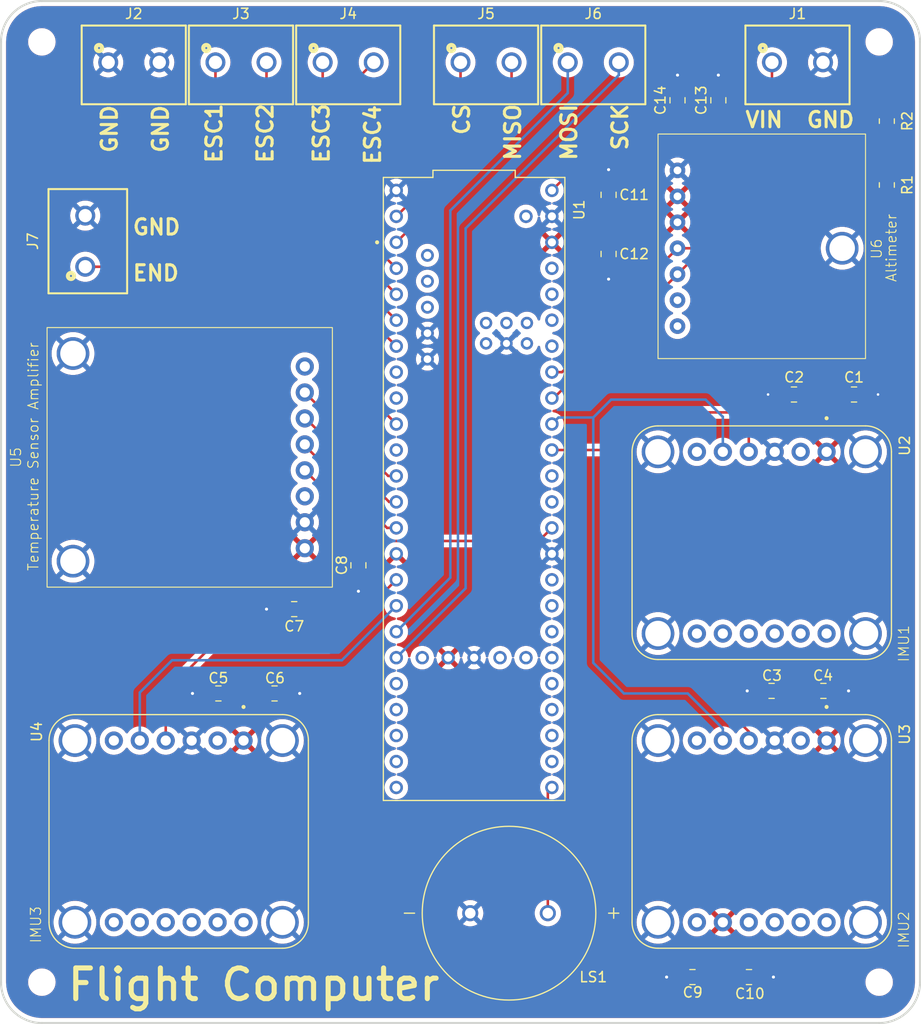
<source format=kicad_pcb>
(kicad_pcb (version 20240108) (generator "pcbnew") (generator_version "8.0")
  (layers (0 "F.Cu" signal) (31 "B.Cu" signal) (34 "B.Paste" user) (35 "F.Paste" user) (36 "B.SilkS" user "B.Silkscreen") (37 "F.SilkS" user "F.Silkscreen") (38 "B.Mask" user) (39 "F.Mask" user) (44 "Edge.Cuts" user))
  (net 0 "")
  (net 2 "+3V3")
  (net 5 "scl_altimeter")
  (net 7 "GNDREF")
  (net 9 "sda_altimeter")
  (net 10 "cs_tempsensor")
  (net 11 "sdo_tempsensor")
  (net 19 "clk_tempsensor")
  (net 33 "sdi_tempsensor")
  (net 66 "Vin")
  (net 67 "esc1")
  (net 68 "esc2")
  (net 69 "esc3")
  (net 70 "esc4")
  (net 71 "cs1_comboard_and_rx1")
  (net 72 "miso1_comboard_and_tx1")
  (net 73 "mosi1_comboard")
  (net 74 "sck1_comboard")
  (net 75 "balloon_popping")
  (net 76 "scl2_IMU3")
  (net 77 "scl1_IMU1+2")
  (net 79 "sda1_IMU1+2")
  (net 80 "sda2_IMU3")
  (net 84 "speaker")
  (footprint "library-footprints:speaker" (layer "F.Cu") (at 141.25 105.75 180)
    (property "Reference" "LS1" (at -8.25 -6.25 360) (layer "F.SilkS"))
    (property "Value" "speaker")
    (pad "N" thru_hole circle (at 3.8 0 180) (size 1.575 1.575) (drill 1.05) (layers "*.Cu" "*.Mask") (net 7 "GNDREF"))
    (pad "P" thru_hole circle (at -3.8 0 180) (size 1.575 1.575) (drill 1.05) (layers "*.Cu" "*.Mask") (net 84 "speaker"))
  )
  (footprint "imu:MODULE_4754" (layer "F.Cu") (at 166 97.75 180)
    (property "Reference" "U3" (at -14 9.5 90) (layer "F.SilkS"))
    (property "Value" "4754" (hide yes))
    (fp_text user "IMU2" (at -14.5 -11.5 90) (layer "F.SilkS") (effects (font (thickness 0.1)) (justify left bottom)))
    (pad "JP1_1" thru_hole circle (at -6.35 8.89 180) (size 1.778 1.778) (drill 1) (layers "*.Cu" "*.Mask") (net 2 "+3V3"))
    (pad "JP1_2" thru_hole circle (at -3.81 8.89 180) (size 1.778 1.778) (drill 1) (layers "*.Cu" "*.Mask"))
    (pad "JP1_3" thru_hole circle (at -1.27 8.89 180) (size 1.778 1.778) (drill 1) (layers "*.Cu" "*.Mask") (net 7 "GNDREF"))
    (pad "JP1_4" thru_hole circle (at 1.27 8.89 180) (size 1.778 1.778) (drill 1) (layers "*.Cu" "*.Mask") (net 77 "scl1_IMU1+2"))
    (pad "JP1_5" thru_hole circle (at 3.81 8.89 180) (size 1.778 1.778) (drill 1) (layers "*.Cu" "*.Mask") (net 79 "sda1_IMU1+2"))
    (pad "JP1_6" thru_hole circle (at 6.35 8.89 180) (size 1.778 1.778) (drill 1) (layers "*.Cu" "*.Mask"))
    (pad "JP2_1" thru_hole circle (at -6.35 -8.89 180) (size 1.778 1.778) (drill 1) (layers "*.Cu" "*.Mask"))
    (pad "JP2_2" thru_hole circle (at -3.81 -8.89 180) (size 1.778 1.778) (drill 1) (layers "*.Cu" "*.Mask"))
    (pad "JP2_3" thru_hole circle (at -1.27 -8.89 180) (size 1.778 1.778) (drill 1) (layers "*.Cu" "*.Mask"))
    (pad "JP2_4" thru_hole circle (at 1.27 -8.89 180) (size 1.778 1.778) (drill 1) (layers "*.Cu" "*.Mask"))
    (pad "JP2_5" thru_hole circle (at 3.81 -8.89 180) (size 1.778 1.778) (drill 1) (layers "*.Cu" "*.Mask") (net 2 "+3V3"))
    (pad "JP2_6" thru_hole circle (at 6.35 -8.89 180) (size 1.778 1.778) (drill 1) (layers "*.Cu" "*.Mask"))
    (pad "P1" thru_hole circle (at -10.16 -8.89 180) (size 3.2 3.2) (drill 2.5) (layers "*.Cu" "*.Mask") (net 7 "GNDREF"))
    (pad "P2" thru_hole circle (at 10.16 -8.89 180) (size 3.2 3.2) (drill 2.5) (layers "*.Cu" "*.Mask") (net 7 "GNDREF"))
    (pad "P3" thru_hole circle (at -10.16 8.89 180) (size 3.2 3.2) (drill 2.5) (layers "*.Cu" "*.Mask") (net 7 "GNDREF"))
    (pad "P4" thru_hole circle (at 10.16 8.89 180) (size 3.2 3.2) (drill 2.5) (layers "*.Cu" "*.Mask") (net 7 "GNDREF"))
  )
  (footprint "Capacitor_SMD:C_0805_2012Metric_Pad1.18x1.45mm_HandSolder" (layer "F.Cu") (at 118.2875 84.25)
    (property "Reference" "C6" (at 0.0375 -1.5 360) (layer "F.SilkS"))
    (property "Value" "0.1uF" (hide yes))
    (pad "1" smd roundrect (at -1.0375 0) (size 1.175 1.45) (layers "F.Cu" "F.Paste" "F.Mask") (roundrect_rratio 0.212766) (net 2 "+3V3"))
    (pad "2" smd roundrect (at 1.0375 0) (size 1.175 1.45) (layers "F.Cu" "F.Paste" "F.Mask") (roundrect_rratio 0.212766) (net 7 "GNDREF"))
  )
  (footprint "Capacitor_SMD:C_0805_2012Metric_Pad1.18x1.45mm_HandSolder" (layer "F.Cu") (at 112.7875 84.25 180)
    (property "Reference" "C5" (at 0 1.5 360) (layer "F.SilkS"))
    (property "Value" "10uF" (hide yes))
    (pad "1" smd roundrect (at -1.0375 0 180) (size 1.175 1.45) (layers "F.Cu" "F.Paste" "F.Mask") (roundrect_rratio 0.212766) (net 2 "+3V3"))
    (pad "2" smd roundrect (at 1.0375 0 180) (size 1.175 1.45) (layers "F.Cu" "F.Paste" "F.Mask") (roundrect_rratio 0.212766) (net 7 "GNDREF"))
  )
  (footprint "Capacitor_SMD:C_0805_2012Metric_Pad1.18x1.45mm_HandSolder" (layer "F.Cu") (at 120.2125 76 180)
    (property "Reference" "C7" (at 0 -1.68 360) (layer "F.SilkS"))
    (property "Value" "0.1uF" (hide yes))
    (pad "1" smd roundrect (at -1.0375 0 180) (size 1.175 1.45) (layers "F.Cu" "F.Paste" "F.Mask") (roundrect_rratio 0.212766) (net 2 "+3V3"))
    (pad "2" smd roundrect (at 1.0375 0 180) (size 1.175 1.45) (layers "F.Cu" "F.Paste" "F.Mask") (roundrect_rratio 0.212766) (net 7 "GNDREF"))
  )
  (footprint "Capacitor_SMD:C_0805_2012Metric_Pad1.18x1.45mm_HandSolder" (layer "F.Cu") (at 169.15625 55 180)
    (property "Reference" "C2" (at -0.011319 1.686539 360) (layer "F.SilkS"))
    (property "Value" "10uF" (hide yes))
    (pad "1" smd roundrect (at -1.0375 0 180) (size 1.175 1.45) (layers "F.Cu" "F.Paste" "F.Mask") (roundrect_rratio 0.212766) (net 2 "+3V3"))
    (pad "2" smd roundrect (at 1.0375 0 180) (size 1.175 1.45) (layers "F.Cu" "F.Paste" "F.Mask") (roundrect_rratio 0.212766) (net 7 "GNDREF"))
  )
  (footprint "Capacitor_SMD:C_0805_2012Metric_Pad1.18x1.45mm_HandSolder" (layer "F.Cu") (at 159.2125 112 180)
    (property "Reference" "C9" (at -0.026606 -1.5 360) (layer "F.SilkS"))
    (property "Value" "0.1uF" (hide yes))
    (pad "1" smd roundrect (at -1.0375 0 180) (size 1.175 1.45) (layers "F.Cu" "F.Paste" "F.Mask") (roundrect_rratio 0.212766) (net 2 "+3V3"))
    (pad "2" smd roundrect (at 1.0375 0 180) (size 1.175 1.45) (layers "F.Cu" "F.Paste" "F.Mask") (roundrect_rratio 0.212766) (net 7 "GNDREF"))
  )
  (footprint "library-footprints:temperature-amplifier" (layer "F.Cu") (at 93.724 61.15 90)
    (property "Reference" "U5" (at 0 -0.762 90) (layer "F.SilkS") (effects (font (thickness 0.1))))
    (property "Value" "~" (hide yes))
    (fp_text user "Temperature Sensor Amplifier" (at -11.176 1.524 90) (layer "F.SilkS") (effects (font (thickness 0.1)) (justify left bottom)))
    (pad "1" thru_hole circle (at -8.89 27.526 90) (size 1.778 1.778) (drill 1) (layers "*.Cu" "*.Mask") (net 2 "+3V3"))
    (pad "2" thru_hole circle (at -6.35 27.526 90) (size 1.778 1.778) (drill 1) (layers "*.Cu" "*.Mask") (net 7 "GNDREF"))
    (pad "3" thru_hole circle (at -3.81 27.526 90) (size 1.778 1.778) (drill 1) (layers "*.Cu" "*.Mask"))
    (pad "4" thru_hole circle (at -1.27 27.526 90) (size 1.778 1.778) (drill 1) (layers "*.Cu" "*.Mask") (net 19 "clk_tempsensor"))
    (pad "5" thru_hole circle (at 1.27 27.526 90) (size 1.778 1.778) (drill 1) (layers "*.Cu" "*.Mask") (net 11 "sdo_tempsensor"))
    (pad "6" thru_hole circle (at 3.81 27.526 90) (size 1.778 1.778) (drill 1) (layers "*.Cu" "*.Mask") (net 33 "sdi_tempsensor"))
    (pad "7" thru_hole circle (at 6.35 27.526 90) (size 1.778 1.778) (drill 1) (layers "*.Cu" "*.Mask") (net 10 "cs_tempsensor"))
    (pad "8" thru_hole circle (at 8.89 27.526 90) (size 1.778 1.778) (drill 1) (layers "*.Cu" "*.Mask"))
    (pad "9" thru_hole circle (at -10.16 4.826 90) (size 3.2 3.2) (drill 2.5) (layers "*.Cu" "*.Mask") (net 7 "GNDREF"))
    (pad "9" thru_hole circle (at 10.16 4.826 90) (size 3.2 3.2) (drill 2.5) (layers "*.Cu" "*.Mask") (net 7 "GNDREF"))
  )
  (footprint "imu:MODULE_4754" (layer "F.Cu") (at 108.9 97.75 180)
    (property "Reference" "U4" (at 13.9 9.75 -90) (layer "F.SilkS"))
    (property "Value" "4754" (hide yes))
    (fp_text user "IMU3" (at 13.4 -11 90) (layer "F.SilkS") (effects (font (thickness 0.1)) (justify left bottom)))
    (pad "JP1_1" thru_hole circle (at -6.35 8.89 180) (size 1.778 1.778) (drill 1) (layers "*.Cu" "*.Mask") (net 2 "+3V3"))
    (pad "JP1_2" thru_hole circle (at -3.81 8.89 180) (size 1.778 1.778) (drill 1) (layers "*.Cu" "*.Mask"))
    (pad "JP1_3" thru_hole circle (at -1.27 8.89 180) (size 1.778 1.778) (drill 1) (layers "*.Cu" "*.Mask") (net 7 "GNDREF"))
    (pad "JP1_4" thru_hole circle (at 1.27 8.89 180) (size 1.778 1.778) (drill 1) (layers "*.Cu" "*.Mask") (net 76 "scl2_IMU3"))
    (pad "JP1_5" thru_hole circle (at 3.81 8.89 180) (size 1.778 1.778) (drill 1) (layers "*.Cu" "*.Mask") (net 80 "sda2_IMU3"))
    (pad "JP1_6" thru_hole circle (at 6.35 8.89 180) (size 1.778 1.778) (drill 1) (layers "*.Cu" "*.Mask"))
    (pad "JP2_1" thru_hole circle (at -6.35 -8.89 180) (size 1.778 1.778) (drill 1) (layers "*.Cu" "*.Mask"))
    (pad "JP2_2" thru_hole circle (at -3.81 -8.89 180) (size 1.778 1.778) (drill 1) (layers "*.Cu" "*.Mask"))
    (pad "JP2_3" thru_hole circle (at -1.27 -8.89 180) (size 1.778 1.778) (drill 1) (layers "*.Cu" "*.Mask"))
    (pad "JP2_4" thru_hole circle (at 1.27 -8.89 180) (size 1.778 1.778) (drill 1) (layers "*.Cu" "*.Mask"))
    (pad "JP2_5" thru_hole circle (at 3.81 -8.89 180) (size 1.778 1.778) (drill 1) (layers "*.Cu" "*.Mask"))
    (pad "JP2_6" thru_hole circle (at 6.35 -8.89 180) (size 1.778 1.778) (drill 1) (layers "*.Cu" "*.Mask"))
    (pad "P1" thru_hole circle (at -10.16 -8.89 180) (size 3.2 3.2) (drill 2.5) (layers "*.Cu" "*.Mask") (net 7 "GNDREF"))
    (pad "P2" thru_hole circle (at 10.16 -8.89 180) (size 3.2 3.2) (drill 2.5) (layers "*.Cu" "*.Mask") (net 7 "GNDREF"))
    (pad "P3" thru_hole circle (at -10.16 8.89 180) (size 3.2 3.2) (drill 2.5) (layers "*.Cu" "*.Mask") (net 7 "GNDREF"))
    (pad "P4" thru_hole circle (at 10.16 8.89 180) (size 3.2 3.2) (drill 2.5) (layers "*.Cu" "*.Mask") (net 7 "GNDREF"))
  )
  (footprint "teensy:MODULE_DEV-16771" (layer "F.Cu") (at 137.83 64.24 -90)
    (property "Reference" "U1" (at -27.305 -10.295 -90) (layer "F.SilkS"))
    (property "Value" "DEV-16771")
    (pad "0" thru_hole circle (at -26.67 7.62 270) (size 1.308 1.308) (drill 0.8) (layers "*.Cu" "*.Mask") (net 71 "cs1_comboard_and_rx1"))
    (pad "1" thru_hole circle (at -24.13 7.62 270) (size 1.308 1.308) (drill 0.8) (layers "*.Cu" "*.Mask") (net 72 "miso1_comboard_and_tx1"))
    (pad "2" thru_hole circle (at -21.59 7.62 270) (size 1.308 1.308) (drill 0.8) (layers "*.Cu" "*.Mask") (net 70 "esc4"))
    (pad "3" thru_hole circle (at -19.05 7.62 270) (size 1.308 1.308) (drill 0.8) (layers "*.Cu" "*.Mask") (net 69 "esc3"))
    (pad "3.3V_1" thru_hole circle (at 6.35 7.62 270) (size 1.308 1.308) (drill 0.8) (layers "*.Cu" "*.Mask") (net 2 "+3V3"))
    (pad "3.3V_2" thru_hole circle (at -24.13 -7.62 270) (size 1.308 1.308) (drill 0.8) (layers "*.Cu" "*.Mask") (net 2 "+3V3"))
    (pad "3.3V_3" thru_hole circle (at 16.51 2.54 270) (size 1.308 1.308) (drill 0.8) (layers "*.Cu" "*.Mask") (net 2 "+3V3"))
    (pad "4" thru_hole circle (at -16.51 7.62 270) (size 1.308 1.308) (drill 0.8) (layers "*.Cu" "*.Mask") (net 68 "esc2"))
    (pad "5" thru_hole circle (at -13.97 7.62 270) (size 1.308 1.308) (drill 0.8) (layers "*.Cu" "*.Mask") (net 67 "esc1"))
    (pad "5V" thru_hole circle (at -22.86 4.57 270) (size 1.258 1.258) (drill 0.75) (layers "*.Cu" "*.Mask"))
    (pad "6" thru_hole circle (at -11.43 7.62 270) (size 1.308 1.308) (drill 0.8) (layers "*.Cu" "*.Mask"))
    (pad "7" thru_hole circle (at -8.89 7.62 270) (size 1.308 1.308) (drill 0.8) (layers "*.Cu" "*.Mask"))
    (pad "8" thru_hole circle (at -6.35 7.62 270) (size 1.308 1.308) (drill 0.8) (layers "*.Cu" "*.Mask") (net 75 "balloon_popping"))
    (pad "9" thru_hole circle (at -3.81 7.62 270) (size 1.308 1.308) (drill 0.8) (layers "*.Cu" "*.Mask"))
    (pad "10" thru_hole circle (at -1.27 7.62 270) (size 1.308 1.308) (drill 0.8) (layers "*.Cu" "*.Mask") (net 10 "cs_tempsensor"))
    (pad "11" thru_hole circle (at 1.27 7.62 270) (size 1.308 1.308) (drill 0.8) (layers "*.Cu" "*.Mask") (net 33 "sdi_tempsensor"))
    (pad "12" thru_hole circle (at 3.81 7.62 270) (size 1.308 1.308) (drill 0.8) (layers "*.Cu" "*.Mask") (net 11 "sdo_tempsensor"))
    (pad "13" thru_hole circle (at 3.81 -7.62 270) (size 1.308 1.308) (drill 0.8) (layers "*.Cu" "*.Mask") (net 19 "clk_tempsensor"))
    (pad "14" thru_hole circle (at 1.27 -7.62 270) (size 1.308 1.308) (drill 0.8) (layers "*.Cu" "*.Mask"))
    (pad "15" thru_hole circle (at -1.27 -7.62 270) (size 1.308 1.308) (drill 0.8) (layers "*.Cu" "*.Mask"))
    (pad "16" thru_hole circle (at -3.81 -7.62 270) (size 1.308 1.308) (drill 0.8) (layers "*.Cu" "*.Mask") (net 77 "scl1_IMU1+2"))
    (pad "17" thru_hole circle (at -6.35 -7.62 270) (size 1.308 1.308) (drill 0.8) (layers "*.Cu" "*.Mask") (net 79 "sda1_IMU1+2"))
    (pad "18" thru_hole circle (at -8.89 -7.62 270) (size 1.308 1.308) (drill 0.8) (layers "*.Cu" "*.Mask") (net 9 "sda_altimeter"))
    (pad "19" thru_hole circle (at -11.43 -7.62 270) (size 1.308 1.308) (drill 0.8) (layers "*.Cu" "*.Mask") (net 5 "scl_altimeter"))
    (pad "20" thru_hole circle (at -13.97 -7.62 270) (size 1.308 1.308) (drill 0.8) (layers "*.Cu" "*.Mask"))
    (pad "21" thru_hole circle (at -16.51 -7.62 270) (size 1.308 1.308) (drill 0.8) (layers "*.Cu" "*.Mask"))
    (pad "22" thru_hole circle (at -19.05 -7.62 270) (size 1.308 1.308) (drill 0.8) (layers "*.Cu" "*.Mask"))
    (pad "23" thru_hole circle (at -21.59 -7.62 270) (size 1.308 1.308) (drill 0.8) (layers "*.Cu" "*.Mask"))
    (pad "24" thru_hole circle (at 8.89 7.62 270) (size 1.308 1.308) (drill 0.8) (layers "*.Cu" "*.Mask") (net 76 "scl2_IMU3"))
    (pad "25" thru_hole circle (at 11.43 7.62 270) (size 1.308 1.308) (drill 0.8) (layers "*.Cu" "*.Mask") (net 80 "sda2_IMU3"))
    (pad "26" thru_hole circle (at 13.97 7.62 270) (size 1.308 1.308) (drill 0.8) (layers "*.Cu" "*.Mask") (net 73 "mosi1_comboard"))
    (pad "27" thru_hole circle (at 16.51 7.62 270) (size 1.308 1.308) (drill 0.8) (layers "*.Cu" "*.Mask") (net 74 "sck1_comboard"))
    (pad "28" thru_hole circle (at 19.05 7.62 270) (size 1.308 1.308) (drill 0.8) (layers "*.Cu" "*.Mask"))
    (pad "29" thru_hole circle (at 21.59 7.62 270) (size 1.308 1.308) (drill 0.8) (layers "*.Cu" "*.Mask"))
    (pad "30" thru_hole circle (at 24.13 7.62 270) (size 1.308 1.308) (drill 0.8) (layers "*.Cu" "*.Mask"))
    (pad "31" thru_hole circle (at 26.67 7.62 270) (size 1.308 1.308) (drill 0.8) (layers "*.Cu" "*.Mask"))
    (pad "32" thru_hole circle (at 29.21 7.62 270) (size 1.308 1.308) (drill 0.8) (layers "*.Cu" "*.Mask"))
    (pad "33" thru_hole circle (at 29.21 -7.62 270) (size 1.308 1.308) (drill 0.8) (layers "*.Cu" "*.Mask") (net 84 "speaker"))
    (pad "34" thru_hole circle (at 26.67 -7.62 270) (size 1.308 1.308) (drill 0.8) (layers "*.Cu" "*.Mask"))
    (pad "35" thru_hole circle (at 24.13 -7.62 270) (size 1.308 1.308) (drill 0.8) (layers "*.Cu" "*.Mask"))
    (pad "36" thru_hole circle (at 21.59 -7.62 270) (size 1.308 1.308) (drill 0.8) (layers "*.Cu" "*.Mask"))
    (pad "37" thru_hole circle (at 19.05 -7.62 270) (size 1.308 1.308) (drill 0.8) (layers "*.Cu" "*.Mask"))
    (pad "38" thru_hole circle (at 16.51 -7.62 270) (size 1.308 1.308) (drill 0.8) (layers "*.Cu" "*.Mask"))
    (pad "39" thru_hole circle (at 13.97 -7.62 270) (size 1.308 1.308) (drill 0.8) (layers "*.Cu" "*.Mask"))
    (pad "40" thru_hole circle (at 11.43 -7.62 270) (size 1.308 1.308) (drill 0.8) (layers "*.Cu" "*.Mask"))
    (pad "41" thru_hole circle (at 8.89 -7.62 270) (size 1.308 1.308) (drill 0.8) (layers "*.Cu" "*.Mask"))
    (pad "D+" thru_hole circle (at -17.78 4.57 270) (size 1.258 1.258) (drill 0.75) (layers "*.Cu" "*.Mask"))
    (pad "D-" thru_hole circle (at -20.32 4.57 270) (size 1.258 1.258) (drill 0.75) (layers "*.Cu" "*.Mask"))
    (pad "GND1" thru_hole circle (at -29.21 7.62 270) (size 1.308 1.308) (drill 0.8) (layers "*.Cu" "*.Mask") (net 7 "GNDREF"))
    (pad "GND2" thru_hole circle (at 6.35 -7.62 270) (size 1.308 1.308) (drill 0.8) (layers "*.Cu" "*.Mask") (net 7 "GNDREF"))
    (pad "GND3" thru_hole circle (at -26.67 -7.62 270) (size 1.308 1.308) (drill 0.8) (layers "*.Cu" "*.Mask") (net 7 "GNDREF"))
    (pad "GND4" thru_hole circle (at 16.51 0 270) (size 1.308 1.308) (drill 0.8) (layers "*.Cu" "*.Mask") (net 7 "GNDREF"))
    (pad "GND5" thru_hole circle (at -14.24 -3.17 270) (size 1.208 1.208) (drill 0.7) (layers "*.Cu" "*.Mask") (net 7 "GNDREF"))
    (pad "LED" thru_hole circle (at -16.24 -3.17 270) (size 1.208 1.208) (drill 0.7) (layers "*.Cu" "*.Mask"))
    (pad "ON/OFF" thru_hole circle (at 16.51 -5.08 270) (size 1.308 1.308) (drill 0.8) (layers "*.Cu" "*.Mask"))
    (pad "PROGRAM" thru_hole circle (at 16.51 -2.54 270) (size 1.308 1.308) (drill 0.8) (layers "*.Cu" "*.Mask"))
    (pad "R+" thru_hole circle (at -16.24 -5.17 270) (size 1.208 1.208) (drill 0.7) (layers "*.Cu" "*.Mask"))
    (pad "R-" thru_hole circle (at -14.24 -5.17 270) (size 1.208 1.208) (drill 0.7) (layers "*.Cu" "*.Mask"))
    (pad "T+" thru_hole circle (at -14.24 -1.17 270) (size 1.208 1.208) (drill 0.7) (layers "*.Cu" "*.Mask"))
    (pad "T-" thru_hole circle (at -16.24 -1.17 270) (size 1.208 1.208) (drill 0.7) (layers "*.Cu" "*.Mask"))
    (pad "USB_GND1" thru_hole circle (at -15.24 4.57 270) (size 1.258 1.258) (drill 0.75) (layers "*.Cu" "*.Mask") (net 7 "GNDREF"))
    (pad "USB_GND2" thru_hole circle (at -12.7 4.57 270) (size 1.258 1.258) (drill 0.75) (layers "*.Cu" "*.Mask") (net 7 "GNDREF"))
    (pad "VBAT" thru_hole circle (at 16.51 5.08 270) (size 1.308 1.308) (drill 0.8) (layers "*.Cu" "*.Mask"))
    (pad "VIN" thru_hole circle (at -29.21 -7.62 270) (size 1.308 1.308) (drill 0.8) (layers "*.Cu" "*.Mask") (net 66 "Vin"))
    (pad "VUSB" thru_hole circle (at -26.67 -5.08 270) (size 1.308 1.308) (drill 0.8) (layers "*.Cu" "*.Mask"))
  )
  (footprint "Resistor_SMD:R_0805_2012Metric_Pad1.20x1.40mm_HandSolder" (layer "F.Cu") (at 178.25 28.25 -90)
    (property "Reference" "R2" (at 0 -2 -90) (layer "F.SilkS"))
    (property "Value" "1k" (hide yes))
    (pad "1" smd roundrect (at -1 0 270) (size 1.2 1.4) (layers "F.Cu" "F.Paste" "F.Mask") (roundrect_rratio 0.208333) (net 2 "+3V3"))
    (pad "2" smd roundrect (at 1 0 270) (size 1.2 1.4) (layers "F.Cu" "F.Paste" "F.Mask") (roundrect_rratio 0.208333) (net 5 "scl_altimeter"))
  )
  (footprint "Resistor_SMD:R_0805_2012Metric_Pad1.20x1.40mm_HandSolder" (layer "F.Cu") (at 178.25 34.5 -90)
    (property "Reference" "R1" (at 0 -2 90) (layer "F.SilkS"))
    (property "Value" "1k" (hide yes))
    (pad "1" smd roundrect (at -1 0 270) (size 1.2 1.4) (layers "F.Cu" "F.Paste" "F.Mask") (roundrect_rratio 0.208333) (net 2 "+3V3"))
    (pad "2" smd roundrect (at 1 0 270) (size 1.2 1.4) (layers "F.Cu" "F.Paste" "F.Mask") (roundrect_rratio 0.208333) (net 9 "sda_altimeter"))
  )
  (footprint "library-footprints:691137710002-connector" (layer "F.Cu") (at 125.5 22.5)
    (property "Reference" "J4" (at 0 -4.75 0) (layer "F.SilkS"))
    (property "Value" "691137710002" (hide yes))
    (pad "1" thru_hole circle (at -2.5 0) (size 1.95 1.95) (drill 1.3) (layers "*.Cu" "*.Mask") (net 69 "esc3"))
    (pad "2" thru_hole circle (at 2.5 0) (size 1.95 1.95) (drill 1.3) (layers "*.Cu" "*.Mask") (net 70 "esc4"))
  )
  (footprint "Capacitor_SMD:C_0805_2012Metric_Pad1.18x1.45mm_HandSolder" (layer "F.Cu") (at 151 35.4625 90)
    (property "Reference" "C11" (at 0 2.5 360) (layer "F.SilkS"))
    (property "Value" "0.1uF" (hide yes))
    (pad "1" smd roundrect (at -1.0375 0 90) (size 1.175 1.45) (layers "F.Cu" "F.Paste" "F.Mask") (roundrect_rratio 0.212766) (net 2 "+3V3"))
    (pad "2" smd roundrect (at 1.0375 0 90) (size 1.175 1.45) (layers "F.Cu" "F.Paste" "F.Mask") (roundrect_rratio 0.212766) (net 7 "GNDREF"))
  )
  (footprint "library-footprints:691137710002-connector" (layer "F.Cu") (at 149.5 22.5)
    (property "Reference" "J6" (at 0 -4.75 0) (layer "F.SilkS"))
    (property "Value" "691137710002" (hide yes))
    (pad "1" thru_hole circle (at -2.5 0) (size 1.95 1.95) (drill 1.3) (layers "*.Cu" "*.Mask") (net 73 "mosi1_comboard"))
    (pad "2" thru_hole circle (at 2.5 0) (size 1.95 1.95) (drill 1.3) (layers "*.Cu" "*.Mask") (net 74 "sck1_comboard"))
  )
  (footprint "MountingHole:MountingHole_2.2mm_M2_ISO7380" (layer "F.Cu") (at 177.5 112.5)
    (property "Reference" "REF**" (hide yes))
    (property "Value" "MountingHole_2.2mm_M2_ISO7380" (hide yes))
    (pad "" np_thru_hole circle (at 0 0) (size 2.2 2.2) (drill 2.2) (layers "*.Cu" "*.Mask"))
  )
  (footprint "MountingHole:MountingHole_2.2mm_M2_ISO7380" (layer "F.Cu") (at 95.5 20.5)
    (property "Reference" "REF**" (hide yes))
    (property "Value" "MountingHole_2.2mm_M2_ISO7380" (hide yes))
    (pad "" np_thru_hole circle (at 0 0) (size 2.2 2.2) (drill 2.2) (layers "F&B.Cu" "*.Mask"))
  )
  (footprint "library-footprints:691137710002-connector" (layer "F.Cu") (at 139 22.5)
    (property "Reference" "J5" (at 0 -4.75 0) (layer "F.SilkS"))
    (property "Value" "691137710002" (hide yes))
    (pad "1" thru_hole circle (at -2.5 0) (size 1.95 1.95) (drill 1.3) (layers "*.Cu" "*.Mask") (net 71 "cs1_comboard_and_rx1"))
    (pad "2" thru_hole circle (at 2.5 0) (size 1.95 1.95) (drill 1.3) (layers "*.Cu" "*.Mask") (net 72 "miso1_comboard_and_tx1"))
  )
  (footprint "Capacitor_SMD:C_0805_2012Metric_Pad1.18x1.45mm_HandSolder" (layer "F.Cu") (at 151 41.25 -90)
    (property "Reference" "C12" (at 0 -2.5 180) (layer "F.SilkS"))
    (property "Value" "10uF" (hide yes))
    (pad "1" smd roundrect (at -1.0375 0 270) (size 1.175 1.45) (layers "F.Cu" "F.Paste" "F.Mask") (roundrect_rratio 0.212766) (net 2 "+3V3"))
    (pad "2" smd roundrect (at 1.0375 0 270) (size 1.175 1.45) (layers "F.Cu" "F.Paste" "F.Mask") (roundrect_rratio 0.212766) (net 7 "GNDREF"))
  )
  (footprint "library-footprints:altimeter" (layer "F.Cu") (at 178.957 40.6905 -90)
    (property "Reference" "U6" (at 0.0595 1.707 90) (layer "F.SilkS") (effects (font (thickness 0.1))))
    (property "Value" "~" (hide yes))
    (fp_text user "Altimeter" (at 3.3615 -0.317 90) (layer "F.SilkS") (effects (font (thickness 0.1)) (justify left bottom)))
    (pad "1" thru_hole circle (at -7.62 21.209 270) (size 1.524 1.524) (drill 0.762) (layers "*.Cu" "*.Mask") (net 7 "GNDREF"))
    (pad "2" thru_hole circle (at -5.08 21.209 270) (size 1.524 1.524) (drill 0.762) (layers "*.Cu" "*.Mask") (net 2 "+3V3"))
    (pad "3" thru_hole circle (at -2.54 21.209 270) (size 1.524 1.524) (drill 0.762) (layers "*.Cu" "*.Mask") (net 2 "+3V3"))
    (pad "4" thru_hole circle (at 0 21.209 270) (size 1.524 1.524) (drill 0.762) (layers "*.Cu" "*.Mask") (net 5 "scl_altimeter"))
    (pad "5" thru_hole circle (at 2.54 21.209 270) (size 1.524 1.524) (drill 0.762) (layers "*.Cu" "*.Mask") (net 9 "sda_altimeter"))
    (pad "6" thru_hole circle (at 5.08 21.209 270) (size 1.524 1.524) (drill 0.762) (layers "*.Cu" "*.Mask"))
    (pad "7" thru_hole circle (at 7.62 21.209 270) (size 1.524 1.524) (drill 0.762) (layers "*.Cu" "*.Mask"))
    (pad "8" thru_hole circle (at 0 5.08 270) (size 3.2 3.2) (drill 2.5) (layers "*.Cu" "*.Mask") (net 7 "GNDREF"))
  )
  (footprint "Capacitor_SMD:C_0805_2012Metric_Pad1.18x1.45mm_HandSolder" (layer "F.Cu") (at 164.75 112)
    (property "Reference" "C10" (at 0.08568 1.623143 360) (layer "F.SilkS"))
    (property "Value" "10uF" (hide yes))
    (pad "1" smd roundrect (at -1.0375 0) (size 1.175 1.45) (layers "F.Cu" "F.Paste" "F.Mask") (roundrect_rratio 0.212766) (net 2 "+3V3"))
    (pad "2" smd roundrect (at 1.0375 0) (size 1.175 1.45) (layers "F.Cu" "F.Paste" "F.Mask") (roundrect_rratio 0.212766) (net 7 "GNDREF"))
  )
  (footprint "Capacitor_SMD:C_0805_2012Metric_Pad1.18x1.45mm_HandSolder" (layer "F.Cu") (at 161.75 26.2125 90)
    (property "Reference" "C13" (at 0 -1.68 90) (layer "F.SilkS"))
    (property "Value" "0.1uF" (hide yes))
    (pad "1" smd roundrect (at -1.0375 0 90) (size 1.175 1.45) (layers "F.Cu" "F.Paste" "F.Mask") (roundrect_rratio 0.212766) (net 66 "Vin"))
    (pad "2" smd roundrect (at 1.0375 0 90) (size 1.175 1.45) (layers "F.Cu" "F.Paste" "F.Mask") (roundrect_rratio 0.212766) (net 7 "GNDREF"))
  )
  (footprint "imu:MODULE_4754" (layer "F.Cu") (at 166 69.5 180)
    (property "Reference" "U2" (at -14 9.5 90) (layer "F.SilkS"))
    (property "Value" "4754" (hide yes))
    (fp_text user "IMU1" (at -14.5 -11.75 90) (layer "F.SilkS") (effects (font (thickness 0.1)) (justify left bottom)))
    (pad "JP1_1" thru_hole circle (at -6.35 8.89 180) (size 1.778 1.778) (drill 1) (layers "*.Cu" "*.Mask") (net 2 "+3V3"))
    (pad "JP1_2" thru_hole circle (at -3.81 8.89 180) (size 1.778 1.778) (drill 1) (layers "*.Cu" "*.Mask"))
    (pad "JP1_3" thru_hole circle (at -1.27 8.89 180) (size 1.778 1.778) (drill 1) (layers "*.Cu" "*.Mask") (net 7 "GNDREF"))
    (pad "JP1_4" thru_hole circle (at 1.27 8.89 180) (size 1.778 1.778) (drill 1) (layers "*.Cu" "*.Mask") (net 77 "scl1_IMU1+2"))
    (pad "JP1_5" thru_hole circle (at 3.81 8.89 180) (size 1.778 1.778) (drill 1) (layers "*.Cu" "*.Mask") (net 79 "sda1_IMU1+2"))
    (pad "JP1_6" thru_hole circle (at 6.35 8.89 180) (size 1.778 1.778) (drill 1) (layers "*.Cu" "*.Mask"))
    (pad "JP2_1" thru_hole circle (at -6.35 -8.89 180) (size 1.778 1.778) (drill 1) (layers "*.Cu" "*.Mask"))
    (pad "JP2_2" thru_hole circle (at -3.81 -8.89 180) (size 1.778 1.778) (drill 1) (layers "*.Cu" "*.Mask"))
    (pad "JP2_3" thru_hole circle (at -1.27 -8.89 180) (size 1.778 1.778) (drill 1) (layers "*.Cu" "*.Mask"))
    (pad "JP2_4" thru_hole circle (at 1.27 -8.89 180) (size 1.778 1.778) (drill 1) (layers "*.Cu" "*.Mask"))
    (pad "JP2_5" thru_hole circle (at 3.81 -8.89 180) (size 1.778 1.778) (drill 1) (layers "*.Cu" "*.Mask"))
    (pad "JP2_6" thru_hole circle (at 6.35 -8.89 180) (size 1.778 1.778) (drill 1) (layers "*.Cu" "*.Mask"))
    (pad "P1" thru_hole circle (at -10.16 -8.89 180) (size 3.2 3.2) (drill 2.5) (layers "*.Cu" "*.Mask") (net 7 "GNDREF"))
    (pad "P2" thru_hole circle (at 10.16 -8.89 180) (size 3.2 3.2) (drill 2.5) (layers "*.Cu" "*.Mask") (net 7 "GNDREF"))
    (pad "P3" thru_hole circle (at -10.16 8.89 180) (size 3.2 3.2) (drill 2.5) (layers "*.Cu" "*.Mask") (net 7 "GNDREF"))
    (pad "P4" thru_hole circle (at 10.16 8.89 180) (size 3.2 3.2) (drill 2.5) (layers "*.Cu" "*.Mask") (net 7 "GNDREF"))
  )
  (footprint "Capacitor_SMD:C_0805_2012Metric_Pad1.18x1.45mm_HandSolder" (layer "F.Cu") (at 126.5 71.7125 -90)
    (property "Reference" "C8" (at -0.008145 1.631386 90) (layer "F.SilkS"))
    (property "Value" "10uF" (hide yes))
    (pad "1" smd roundrect (at -1.0375 0 270) (size 1.175 1.45) (layers "F.Cu" "F.Paste" "F.Mask") (roundrect_rratio 0.212766) (net 2 "+3V3"))
    (pad "2" smd roundrect (at 1.0375 0 270) (size 1.175 1.45) (layers "F.Cu" "F.Paste" "F.Mask") (roundrect_rratio 0.212766) (net 7 "GNDREF"))
  )
  (footprint "Capacitor_SMD:C_0805_2012Metric_Pad1.18x1.45mm_HandSolder" (layer "F.Cu") (at 157.75 26.2125 90)
    (property "Reference" "C14" (at 0 -1.68 90) (layer "F.SilkS"))
    (property "Value" "10uF" (hide yes))
    (pad "1" smd roundrect (at -1.0375 0 90) (size 1.175 1.45) (layers "F.Cu" "F.Paste" "F.Mask") (roundrect_rratio 0.212766) (net 66 "Vin"))
    (pad "2" smd roundrect (at 1.0375 0 90) (size 1.175 1.45) (layers "F.Cu" "F.Paste" "F.Mask") (roundrect_rratio 0.212766) (net 7 "GNDREF"))
  )
  (footprint "MountingHole:MountingHole_2.2mm_M2_ISO7380" (layer "F.Cu") (at 95.5 112.5)
    (property "Reference" "REF**" (hide yes))
    (property "Value" "MountingHole_2.2mm_M2_ISO7380" (hide yes))
    (pad "" np_thru_hole circle (at 0 0) (size 2.2 2.2) (drill 2.2) (layers "*.Cu" "*.Mask"))
  )
  (footprint "Capacitor_SMD:C_0805_2012Metric_Pad1.18x1.45mm_HandSolder" (layer "F.Cu") (at 166.9625 84 180)
    (property "Reference" "C3" (at -0.0375 1.5 180) (layer "F.SilkS"))
    (property "Value" "0.1uF" (hide yes))
    (pad "1" smd roundrect (at -1.0375 0 180) (size 1.175 1.45) (layers "F.Cu" "F.Paste" "F.Mask") (roundrect_rratio 0.212766) (net 2 "+3V3"))
    (pad "2" smd roundrect (at 1.0375 0 180) (size 1.175 1.45) (layers "F.Cu" "F.Paste" "F.Mask") (roundrect_rratio 0.212766) (net 7 "GNDREF"))
  )
  (footprint "library-footprints:691137710002-connector" (layer "F.Cu") (at 115 22.5)
    (property "Reference" "J3" (at 0 -4.75 0) (layer "F.SilkS"))
    (property "Value" "691137710002" (hide yes))
    (pad "1" thru_hole circle (at -2.5 0) (size 1.95 1.95) (drill 1.3) (layers "*.Cu" "*.Mask") (net 67 "esc1"))
    (pad "2" thru_hole circle (at 2.5 0) (size 1.95 1.95) (drill 1.3) (layers "*.Cu" "*.Mask") (net 68 "esc2"))
  )
  (footprint "library-footprints:691137710002-connector" (layer "F.Cu") (at 99.75 40 90)
    (property "Reference" "J7" (at 0 -5.135 90) (layer "F.SilkS"))
    (property "Value" "691137710002" (hide yes))
    (pad "1" thru_hole circle (at -2.5 0 90) (size 1.95 1.95) (drill 1.3) (layers "*.Cu" "*.Mask") (net 75 "balloon_popping"))
    (pad "2" thru_hole circle (at 2.5 0 90) (size 1.95 1.95) (drill 1.3) (layers "*.Cu" "*.Mask") (net 7 "GNDREF"))
  )
  (footprint "Capacitor_SMD:C_0805_2012Metric_Pad1.18x1.45mm_HandSolder" (layer "F.Cu") (at 172.0375 84)
    (property "Reference" "C4" (at -0.0375 -1.5 180) (layer "F.SilkS"))
    (property "Value" "10uF" (hide yes))
    (pad "1" smd roundrect (at -1.0375 0) (size 1.175 1.45) (layers "F.Cu" "F.Paste" "F.Mask") (roundrect_rratio 0.212766) (net 2 "+3V3"))
    (pad "2" smd roundrect (at 1.0375 0) (size 1.175 1.45) (layers "F.Cu" "F.Paste" "F.Mask") (roundrect_rratio 0.212766) (net 7 "GNDREF"))
  )
  (footprint "Capacitor_SMD:C_0805_2012Metric_Pad1.18x1.45mm_HandSolder" (layer "F.Cu") (at 175.0375 55)
    (property "Reference" "C1" (at 0 -1.68 0) (layer "F.SilkS"))
    (property "Value" "0.1uF" (hide yes))
    (pad "1" smd roundrect (at -1.0375 0) (size 1.175 1.45) (layers "F.Cu" "F.Paste" "F.Mask") (roundrect_rratio 0.212766) (net 2 "+3V3"))
    (pad "2" smd roundrect (at 1.0375 0) (size 1.175 1.45) (layers "F.Cu" "F.Paste" "F.Mask") (roundrect_rratio 0.212766) (net 7 "GNDREF"))
  )
  (footprint "library-footprints:691137710002-connector" (layer "F.Cu") (at 104.5 22.5)
    (property "Reference" "J2" (at 0 -4.75 0) (layer "F.SilkS"))
    (property "Value" "691137710002" (hide yes))
    (pad "1" thru_hole circle (at -2.5 0) (size 1.95 1.95) (drill 1.3) (layers "*.Cu" "*.Mask") (net 7 "GNDREF"))
    (pad "2" thru_hole circle (at 2.5 0) (size 1.95 1.95) (drill 1.3) (layers "*.Cu" "*.Mask") (net 7 "GNDREF"))
  )
  (footprint "library-footprints:691137710002-connector" (layer "F.Cu") (at 169.5 22.5)
    (property "Reference" "J1" (at 0 -4.75 0) (layer "F.SilkS"))
    (property "Value" "691137710002" (hide yes))
    (pad "1" thru_hole circle (at -2.5 0) (size 1.95 1.95) (drill 1.3) (layers "*.Cu" "*.Mask") (net 66 "Vin"))
    (pad "2" thru_hole circle (at 2.5 0) (size 1.95 1.95) (drill 1.3) (layers "*.Cu" "*.Mask") (net 7 "GNDREF"))
  )
  (footprint "MountingHole:MountingHole_2.2mm_M2_ISO7380" (layer "F.Cu") (at 177.5 20.5)
    (property "Reference" "REF**" (hide yes))
    (property "Value" "MountingHole_2.2mm_M2_ISO7380" (hide yes))
    (pad "" np_thru_hole circle (at 0 0) (size 2.2 2.2) (drill 2.2) (layers "*.Cu" "*.Mask"))
  )
  (gr_arc (start 95.5 116.5) (mid 92.671573 115.328427) (end 91.5 112.5) (stroke (width 0.2)) (layer "Edge.Cuts"))
  (gr_line (start 177.5 116.5) (end 95.5 116.5) (stroke (width 0.2)) (layer "Edge.Cuts"))
  (gr_arc (start 181.5 112.5) (mid 180.328427 115.328427) (end 177.5 116.5) (stroke (width 0.2)) (layer "Edge.Cuts"))
  (gr_arc (start 177.5 16.5) (mid 180.328427 17.671573) (end 181.5 20.5) (stroke (width 0.2)) (layer "Edge.Cuts"))
  (gr_line (start 181.5 20.5) (end 181.5 112.5) (stroke (width 0.2)) (layer "Edge.Cuts"))
  (gr_line (start 91.5 112.5) (end 91.5 20.5) (stroke (width 0.2)) (layer "Edge.Cuts"))
  (gr_arc (start 91.5 20.5) (mid 92.671573 17.671573) (end 95.5 16.5) (stroke (width 0.2)) (layer "Edge.Cuts"))
  (gr_line (start 95.5 16.5) (end 177.5 16.5) (stroke (width 0.2)) (layer "Edge.Cuts"))
  (gr_text "ESC3" (at 123.75 32.5 90) (layer "F.SilkS") (effects (font (size 1.5 1.5) (thickness 0.3) (bold yes)) (justify left bottom)))
  (gr_text "MISO" (at 142.5 32.25 90) (layer "F.SilkS") (effects (font (size 1.5 1.5) (thickness 0.3) (bold yes)) (justify left bottom)))
  (gr_text "ESC4" (at 128.774403 32.632786 90) (layer "F.SilkS") (effects (font (size 1.5 1.5) (thickness 0.3) (bold yes)) (justify left bottom)))
  (gr_text "GND" (at 104.25 39.5 0) (layer "F.SilkS") (effects (font (size 1.5 1.5) (thickness 0.3) (bold yes)) (justify left bottom)))
  (gr_text "GND" (at 170.25 29 0) (layer "F.SilkS") (effects (font (size 1.5 1.5) (thickness 0.3) (bold yes)) (justify left bottom)))
  (gr_text "ESC2" (at 118.25 32.5 90) (layer "F.SilkS") (effects (font (size 1.5 1.5) (thickness 0.3) (bold yes)) (justify left bottom)))
  (gr_text "VIN" (at 164.25 29 0) (layer "F.SilkS") (effects (font (size 1.5 1.5) (thickness 0.3) (bold yes)) (justify left bottom)))
  (gr_text "MOSI" (at 148 32.25 90) (layer "F.SilkS") (effects (font (size 1.5 1.5) (thickness 0.3) (bold yes)) (justify left bottom)))
  (gr_text "Flight Computer" (at 116.25 114.5 0) (layer "F.SilkS") (effects (font (size 3 3) (thickness 0.5) (bold yes)) (justify bottom)))
  (gr_text "SCK" (at 153 31.25 90) (layer "F.SilkS") (effects (font (size 1.5 1.5) (thickness 0.3) (bold yes)) (justify left bottom)))
  (gr_text "END\n" (at 104.25 44 0) (layer "F.SilkS") (effects (font (size 1.5 1.5) (thickness 0.3) (bold yes)) (justify left bottom)))
  (gr_text "GND" (at 108 31.5 90) (layer "F.SilkS") (effects (font (size 1.5 1.5) (thickness 0.3) (bold yes)) (justify left bottom)))
  (gr_text "ESC1" (at 113.25 32.5 90) (layer "F.SilkS") (effects (font (size 1.5 1.5) (thickness 0.3) (bold yes)) (justify left bottom)))
  (gr_text "GND" (at 103 31.5 90) (layer "F.SilkS") (effects (font (size 1.5 1.5) (thickness 0.3) (bold yes)) (justify left bottom)))
  (gr_text "CS" (at 137.5 29.75 90) (layer "F.SilkS") (effects (font (size 1.5 1.5) (thickness 0.3) (bold yes)) (justify left bottom)))
  (segment (start 155.75 42.6885) (end 157.748 40.6905) (width 0.25) (layer "F.Cu") (net 5))
  (segment (start 172 29.25) (end 178.25 29.25) (width 0.25) (layer "F.Cu") (net 5))
  (segment (start 146.44 52.81) (end 155.75 43.5) (width 0.25) (layer "F.Cu") (net 5))
  (segment (start 145.45 52.81) (end 146.44 52.81) (width 0.25) (layer "F.Cu") (net 5))
  (segment (start 160.5595 40.6905) (end 172 29.25) (width 0.25) (layer "F.Cu") (net 5))
  (segment (start 157.748 40.6905) (end 160.5595 40.6905) (width 0.25) (layer "F.Cu") (net 5))
  (segment (start 155.75 43.5) (end 155.75 42.6885) (width 0.25) (layer "F.Cu") (net 5))
  (segment (start 151 33) (end 151 34.425) (width 0.25) (layer "F.Cu") (net 7))
  (segment (start 157.75 25.175) (end 157.75 23.75) (width 0.25) (layer "F.Cu") (net 7))
  (segment (start 111.75 84.25) (end 110.25 84.25) (width 0.25) (layer "F.Cu") (net 7))
  (segment (start 173.0375 84) (end 174.5 84) (width 0.25) (layer "F.Cu") (net 7))
  (segment (start 117.5 76) (end 119.175 76) (width 0.25) (layer "F.Cu") (net 7))
  (segment (start 161.75 25.175) (end 161.75 23.75) (width 0.25) (layer "F.Cu") (net 7))
  (segment (start 165.925 84) (end 164.575 84) (width 0.25) (layer "F.Cu") (net 7))
  (segment (start 177.3875 55) (end 176 55) (width 0.25) (layer "F.Cu") (net 7))
  (segment (start 168.11875 55) (end 166.61875 55) (width 0.25) (layer "F.Cu") (net 7))
  (segment (start 156.68125 112) (end 158.175 112) (width 0.25) (layer "F.Cu") (net 7))
  (segment (start 165.7875 112) (end 167.14375 112) (width 0.25) (layer "F.Cu") (net 7))
  (segment (start 119.325 84.25) (end 120.75 84.25) (width 0.25) (layer "F.Cu") (net 7))
  (segment (start 151 42.2875) (end 151 43.7125) (width 0.25) (layer "F.Cu") (net 7))
  (segment (start 126.5 72.75) (end 126.5 74.25) (width 0.25) (layer "F.Cu") (net 7))
  (via (at 161.75 23.75) (size 0.6) (drill 0.3) (layers "F.Cu" "B.Cu") (net 7))
  (via (at 177.3875 55) (size 0.6) (drill 0.25) (layers "F.Cu" "B.Cu") (net 7))
  (via (at 151 33) (size 0.6) (drill 0.3) (layers "F.Cu" "B.Cu") (net 7))
  (via (at 167.14375 112) (size 0.6) (drill 0.3) (layers "F.Cu" "B.Cu") (net 7))
  (via (at 151 43.7125) (size 0.6) (drill 0.3) (layers "F.Cu" "B.Cu") (net 7))
  (via (at 117.5 76) (size 0.6) (drill 0.3) (layers "F.Cu" "B.Cu") (net 7))
  (via (at 126.5 74.25) (size 0.6) (drill 0.3) (layers "F.Cu" "B.Cu") (net 7))
  (via (at 156.68125 112) (size 0.6) (drill 0.3) (layers "F.Cu" "B.Cu") (net 7))
  (via (at 157.75 23.75) (size 0.6) (drill 0.3) (layers "F.Cu" "B.Cu") (net 7))
  (via (at 166.61875 55) (size 0.6) (drill 0.25) (layers "F.Cu" "B.Cu") (net 7))
  (via (at 164.575 84) (size 0.6) (drill 0.3) (layers "F.Cu" "B.Cu") (net 7))
  (via (at 110.25 84.25) (size 0.6) (drill 0.3) (layers "F.Cu" "B.Cu") (net 7))
  (via (at 120.75 84.25) (size 0.6) (drill 0.3) (layers "F.Cu" "B.Cu") (net 7))
  (via (at 174.5 84) (size 0.6) (drill 0.3) (layers "F.Cu" "B.Cu") (net 7))
  (segment (start 168.5 35.5) (end 178.25 35.5) (width 0.25) (layer "F.Cu") (net 9))
  (segment (start 158.9785 42) (end 162 42) (width 0.25) (layer "F.Cu") (net 9))
  (segment (start 162 42) (end 168.5 35.5) (width 0.25) (layer "F.Cu") (net 9))
  (segment (start 157.748 43.2305) (end 158.9785 42) (width 0.25) (layer "F.Cu") (net 9))
  (segment (start 145.6285 55.35) (end 145.45 55.35) (width 0.25) (layer "F.Cu") (net 9))
  (segment (start 157.748 43.2305) (end 145.6285 55.35) (width 0.25) (layer "F.Cu") (net 9))
  (segment (start 145.45 55.35) (end 145.9 55.35) (width 0.25) (layer "F.Cu") (net 9))
  (segment (start 129.42 62.97) (end 121.25 54.8) (width 0.25) (layer "F.Cu") (net 10))
  (segment (start 130.21 62.97) (end 129.42 62.97) (width 0.25) (layer "F.Cu") (net 10))
  (segment (start 121.25 60) (end 121.25 59.88) (width 0.25) (layer "F.Cu") (net 11))
  (segment (start 130.21 68.05) (end 129.3 68.05) (width 0.25) (layer "F.Cu") (net 11))
  (segment (start 129.3 68.05) (end 121.25 60) (width 0.25) (layer "F.Cu") (net 11))
  (segment (start 128.16115 69.33115) (end 144.16885 69.33115) (width 0.25) (layer "F.Cu") (net 19))
  (segment (start 144.16885 69.33115) (end 145.45 68.05) (width 0.25) (layer "F.Cu") (net 19))
  (segment (start 121.25 62.42) (end 128.16115 69.33115) (width 0.25) (layer "F.Cu") (net 19))
  (segment (start 121.34 57.34) (end 121.25 57.34) (width 0.25) (layer "F.Cu") (net 33))
  (segment (start 130.21 65.51) (end 129.51 65.51) (width 0.25) (layer "F.Cu") (net 33))
  (segment (start 129.51 65.51) (end 121.34 57.34) (width 0.25) (layer "F.Cu") (net 33))
  (segment (start 157.75 27.25) (end 157.75 28.5) (width 0.25) (layer "F.Cu") (net 66))
  (segment (start 167 25.5) (end 167 22.5) (width 0.25) (layer "F.Cu") (net 66))
  (segment (start 161.75 28.5) (end 164 28.5) (width 0.25) (layer "F.Cu") (net 66))
  (segment (start 164 28.5) (end 167 25.5) (width 0.25) (layer "F.Cu") (net 66))
  (segment (start 151.98 28.5) (end 157.75 28.5) (width 0.25) (layer "F.Cu") (net 66))
  (segment (start 145.45 35.03) (end 151.98 28.5) (width 0.25) (layer "F.Cu") (net 66))
  (segment (start 158.25 28.5) (end 161.75 28.5) (width 0.25) (layer "F.Cu") (net 66))
  (segment (start 158 28.5) (end 158.25 28.5) (width 0.25) (layer "F.Cu") (net 66))
  (segment (start 161.75 28.5) (end 161.75 27.25) (width 0.25) (layer "F.Cu") (net 66))
  (segment (start 157.75 28.5) (end 158 28.5) (width 0.25) (layer "F.Cu") (net 66))
  (segment (start 112.5 22.5) (end 112.5 32.56) (width 0.25) (layer "F.Cu") (net 67))
  (segment (start 112.5 32.56) (end 130.21 50.27) (width 0.25) (layer "F.Cu") (net 67))
  (segment (start 117.5 22.5) (end 117.5 35.02) (width 0.25) (layer "F.Cu") (net 68))
  (segment (start 117.5 35.02) (end 130.21 47.73) (width 0.25) (layer "F.Cu") (net 68))
  (segment (start 123 22.5) (end 123 37.98) (width 0.25) (layer "F.Cu") (net 69))
  (segment (start 123 37.98) (end 130.21 45.19) (width 0.25) (layer "F.Cu") (net 69))
  (segment (start 126.75 23.75) (end 126.75 39.19) (width 0.25) (layer "F.Cu") (net 70))
  (segment (start 126.75 39.19) (end 130.21 42.65) (width 0.25) (layer "F.Cu") (net 70))
  (segment (start 128 22.5) (end 126.75 23.75) (width 0.25) (layer "F.Cu") (net 70))
  (segment (start 136.5 31.28) (end 130.21 37.57) (width 0.25) (layer "F.Cu") (net 71))
  (segment (start 136.5 22.5) (end 136.5 31.28) (width 0.25) (layer "F.Cu") (net 71))
  (segment (start 141.5 28.82) (end 130.21 40.11) (width 0.25) (layer "F.Cu") (net 72))
  (segment (start 141.5 22.5) (end 141.5 28.82) (width 0.25) (layer "F.Cu") (net 72))
  (segment (start 135.5 37) (end 147 25.5) (width 0.25) (layer "B.Cu") (net 73))
  (segment (start 130.21 78.21) (end 135.5 72.92) (width 0.25) (layer "B.Cu") (net 73))
  (segment (start 147 25.5) (end 147 22.5) (width 0.25) (layer "B.Cu") (net 73))
  (segment (start 135.5 72.92) (end 135.5 37) (width 0.25) (layer "B.Cu") (net 73))
  (segment (start 137 73.96) (end 137 38.75) (width 0.25) (layer "B.Cu") (net 74))
  (segment (start 152 23.75) (end 152 22.5) (width 0.25) (layer "B.Cu") (net 74))
  (segment (start 137 38.75) (end 152 23.75) (width 0.25) (layer "B.Cu") (net 74))
  (segment (start 130.21 80.75) (end 137 73.96) (width 0.25) (layer "B.Cu") (net 74))
  (segment (start 119.25 42.5) (end 126.75 50) (width 0.25) (layer "F.Cu") (net 75))
  (segment (start 126.75 50) (end 126.75 54.43) (width 0.25) (layer "F.Cu") (net 75))
  (segment (start 126.75 54.43) (end 130.21 57.89) (width 0.25) (layer "F.Cu") (net 75))
  (segment (start 99.75 42.5) (end 119.25 42.5) (width 0.25) (layer "F.Cu") (net 75))
  (segment (start 107.63 84.12) (end 112 79.75) (width 0.25) (layer "F.Cu") (net 76))
  (segment (start 112 79.75) (end 123.59 79.75) (width 0.25) (layer "F.Cu") (net 76))
  (segment (start 123.59 79.75) (end 130.21 73.13) (width 0.25) (layer "F.Cu") (net 76))
  (segment (start 107.63 88.86) (end 107.5 88.73) (width 0.25) (layer "F.Cu") (net 76))
  (segment (start 107.98 88.86) (end 107.63 88.86) (width 0.25) (layer "F.Cu") (net 76))
  (segment (start 107.63 88.86) (end 107.63 84.12) (width 0.25) (layer "F.Cu") (net 76))
  (segment (start 164.73 58.23) (end 163.25 56.75) (width 0.25) (layer "F.Cu") (net 77))
  (segment (start 153.25 82.75) (end 151.5 81) (width 0.25) (layer "F.Cu") (net 77))
  (segment (start 152.5 56.75) (end 151 58.25) (width 0.25) (layer "F.Cu") (net 77))
  (segment (start 151.5 81) (end 151.5 60.93) (width 0.25) (layer "F.Cu") (net 77))
  (segment (start 164.73 87.98) (end 159.5 82.75) (width 0.25) (layer "F.Cu") (net 77))
  (segment (start 164.73 60.61) (end 164.73 58.23) (width 0.25) (layer "F.Cu") (net 77))
  (segment (start 159.5 82.75) (end 153.25 82.75) (width 0.25) (layer "F.Cu") (net 77))
  (segment (start 164.73 88.86) (end 164.73 87.98) (width 0.25) (layer "F.Cu") (net 77))
  (segment (start 151 58.25) (end 151 60.43) (width 0.25) (layer "F.Cu") (net 77))
  (segment (start 163.25 56.75) (end 152.5 56.75) (width 0.25) (layer "F.Cu") (net 77))
  (segment (start 151.5 60.93) (end 151 60.43) (width 0.25) (layer "F.Cu") (net 77))
  (segment (start 151 60.43) (end 145.45 60.43) (width 0.25) (layer "F.Cu") (net 77))
  (segment (start 149.5 57.25) (end 146.09 57.25) (width 0.25) (layer "B.Cu") (net 79))
  (segment (start 146.09 57.25) (end 145.45 57.89) (width 0.25) (layer "B.Cu") (net 79))
  (segment (start 149.5 81.25) (end 149.5 57.25) (width 0.25) (layer "B.Cu") (net 79))
  (segment (start 152.5 84.25) (end 149.5 81.25) (width 0.25) (layer "B.Cu") (net 79))
  (segment (start 158.75 84.25) (end 152.5 84.25) (width 0.25) (layer "B.Cu") (net 79))
  (segment (start 151.25 55.5) (end 149.5 57.25) (width 0.25) (layer "B.Cu") (net 79))
  (segment (start 162.19 88.86) (end 162.19 87.69) (width 0.25) (layer "B.Cu") (net 79))
  (segment (start 162.19 57.19) (end 162.19 60.61) (width 0.25) (layer "B.Cu") (net 79))
  (segment (start 151.25 55.5) (end 160.5 55.5) (width 0.25) (layer "B.Cu") (net 79))
  (segment (start 160.5 55.5) (end 162.19 57.19) (width 0.25) (layer "B.Cu") (net 79))
  (segment (start 162.19 87.69) (end 158.75 84.25) (width 0.25) (layer "B.Cu") (net 79))
  (segment (start 105.09 84.16) (end 105.09 88.86) (width 0.25) (layer "B.Cu") (net 80))
  (segment (start 130.21 75.67) (end 124.88 81) (width 0.25) (layer "B.Cu") (net 80))
  (segment (start 124.88 81) (end 108.25 81) (width 0.25) (layer "B.Cu") (net 80))
  (segment (start 105.25 88.7) (end 105.09 88.86) (width 0.25) (layer "B.Cu") (net 80))
  (segment (start 108.25 81) (end 105.09 84.16) (width 0.25) (layer "B.Cu") (net 80))
  (segment (start 105.09 88.86) (end 105.44 88.86) (width 0.25) (layer "B.Cu") (net 80))
  (segment (start 145.05 93.85) (end 145.45 93.45) (width 0.25) (layer "F.Cu") (net 84))
  (segment (start 145.05 105.75) (end 145.05 93.85) (width 0.25) (layer "F.Cu") (net 84))
  (zone (net 2) (net_name "+3V3") (layer "F.Cu") (name "powerplane") (connect_pads (clearance 0.5)) (min_thickness 0.25) (fill yes (thermal_gap 0.5) (thermal_bridge_width 0.5) (smoothing fillet) (radius 4))
    (polygon (pts (xy 91.5 16.5) (xy 181.5 16.5) (xy 181.5 116.5) (xy 91.5 116.5)))
  )
  (zone (net 7) (net_name "GNDREF") (layer "B.Cu") (name "gndplane") (priority 1) (connect_pads (clearance 0.5)) (min_thickness 0.25) (fill yes (thermal_gap 0.5) (thermal_bridge_width 0.5) (smoothing fillet) (radius 4))
    (polygon (pts (xy 91.5 16.5) (xy 181.5 16.5) (xy 181.5 116.5) (xy 91.5 116.5)))
  )
)
</source>
